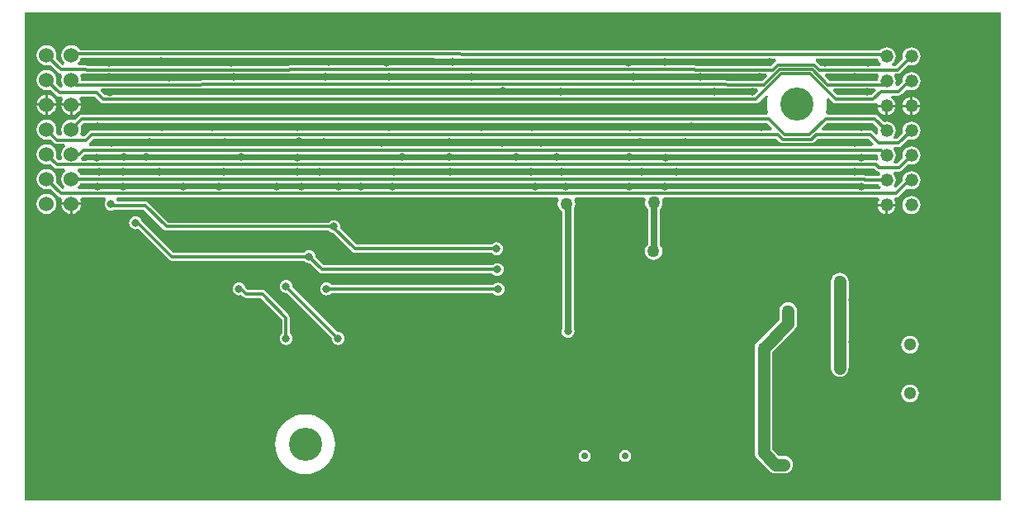
<source format=gbl>
G04*
G04 #@! TF.GenerationSoftware,Altium Limited,Altium Designer,18.1.9 (240)*
G04*
G04 Layer_Physical_Order=2*
G04 Layer_Color=16711680*
%FSLAX25Y25*%
%MOIN*%
G70*
G01*
G75*
%ADD17C,0.00039*%
%ADD56C,0.06000*%
%ADD58C,0.01201*%
%ADD59C,0.01200*%
%ADD60C,0.02500*%
%ADD61C,0.05000*%
%ADD65C,0.13386*%
%ADD66C,0.05118*%
%ADD67C,0.05200*%
%ADD68C,0.02756*%
%ADD69C,0.03150*%
%ADD70C,0.05000*%
G36*
X433071Y39370D02*
X39370D01*
Y236221D01*
X433071D01*
Y39370D01*
D02*
G37*
%LPC*%
G36*
X58300Y222834D02*
X57256Y222697D01*
X56283Y222294D01*
X55447Y221653D01*
X54806Y220817D01*
X54403Y219844D01*
X54265Y218800D01*
X54403Y217756D01*
X54806Y216783D01*
X55447Y215947D01*
X55161Y214906D01*
X54581Y214826D01*
X52037Y217370D01*
X52197Y217756D01*
X52334Y218800D01*
X52197Y219844D01*
X51794Y220817D01*
X51153Y221653D01*
X50317Y222294D01*
X49344Y222697D01*
X48300Y222834D01*
X47256Y222697D01*
X46283Y222294D01*
X45447Y221653D01*
X44806Y220817D01*
X44403Y219844D01*
X44265Y218800D01*
X44403Y217756D01*
X44806Y216783D01*
X45447Y215947D01*
X46283Y215306D01*
X47256Y214903D01*
X48300Y214766D01*
X49344Y214903D01*
X49730Y215063D01*
X52947Y211846D01*
X53476Y211493D01*
X54002Y211388D01*
X54141Y211290D01*
X54620Y210369D01*
X54403Y209844D01*
X54265Y208800D01*
X54403Y207756D01*
X54806Y206783D01*
X54821Y206763D01*
X54361Y205722D01*
X53759Y205648D01*
X52037Y207370D01*
X52197Y207756D01*
X52334Y208800D01*
X52197Y209844D01*
X51794Y210817D01*
X51153Y211653D01*
X50317Y212294D01*
X49344Y212697D01*
X48300Y212835D01*
X47256Y212697D01*
X46283Y212294D01*
X45447Y211653D01*
X44806Y210817D01*
X44403Y209844D01*
X44265Y208800D01*
X44403Y207756D01*
X44806Y206783D01*
X45447Y205947D01*
X46283Y205306D01*
X47256Y204903D01*
X48300Y204766D01*
X49344Y204903D01*
X49730Y205063D01*
X52246Y202547D01*
X52776Y202193D01*
X53400Y202069D01*
X54506D01*
X54999Y201069D01*
X54806Y200817D01*
X54403Y199844D01*
X54331Y199300D01*
X58300D01*
X62269D01*
X62197Y199844D01*
X61794Y200817D01*
X61601Y201069D01*
X62094Y202069D01*
X67824D01*
X70046Y199846D01*
X70576Y199493D01*
X71200Y199369D01*
X148131Y199369D01*
X301994Y199369D01*
X334600D01*
X335224Y199493D01*
X335754Y199846D01*
X338722Y202815D01*
X339629Y202308D01*
X339288Y200887D01*
X339139Y199000D01*
X339288Y197113D01*
X339609Y195775D01*
X339007Y194862D01*
X338854Y194775D01*
X62643D01*
X62019Y194650D01*
X61489Y194297D01*
X59730Y192537D01*
X59344Y192697D01*
X58300Y192834D01*
X57256Y192697D01*
X56283Y192294D01*
X55447Y191653D01*
X54806Y190817D01*
X54403Y189844D01*
X54265Y188800D01*
X54403Y187756D01*
X54628Y187211D01*
X54143Y186340D01*
X53147Y186261D01*
X52037Y187370D01*
X52197Y187756D01*
X52334Y188800D01*
X52197Y189844D01*
X51794Y190817D01*
X51153Y191653D01*
X50317Y192294D01*
X49344Y192697D01*
X48300Y192834D01*
X47256Y192697D01*
X46283Y192294D01*
X45447Y191653D01*
X44806Y190817D01*
X44403Y189844D01*
X44265Y188800D01*
X44403Y187756D01*
X44806Y186783D01*
X45447Y185947D01*
X46283Y185306D01*
X47256Y184903D01*
X48300Y184766D01*
X49344Y184903D01*
X49730Y185063D01*
X51367Y183426D01*
X51896Y183072D01*
X52521Y182948D01*
X55492D01*
X55831Y181948D01*
X55447Y181653D01*
X54806Y180817D01*
X54403Y179844D01*
X54265Y178800D01*
X54403Y177756D01*
X54620Y177231D01*
X54123Y176358D01*
X53126Y176281D01*
X52037Y177370D01*
X52197Y177756D01*
X52334Y178800D01*
X52197Y179844D01*
X51794Y180817D01*
X51153Y181653D01*
X50317Y182294D01*
X49344Y182697D01*
X48300Y182834D01*
X47256Y182697D01*
X46283Y182294D01*
X45447Y181653D01*
X44806Y180817D01*
X44403Y179844D01*
X44265Y178800D01*
X44403Y177756D01*
X44806Y176783D01*
X45447Y175947D01*
X46283Y175306D01*
X47256Y174903D01*
X48300Y174766D01*
X49344Y174903D01*
X49730Y175063D01*
X51346Y173447D01*
X51876Y173093D01*
X52500Y172969D01*
X55519D01*
X55859Y171969D01*
X55447Y171653D01*
X54806Y170817D01*
X54403Y169844D01*
X54265Y168800D01*
X54403Y167756D01*
X54806Y166783D01*
X55447Y165947D01*
X55161Y164906D01*
X54581Y164827D01*
X52037Y167370D01*
X52197Y167756D01*
X52334Y168800D01*
X52197Y169844D01*
X51794Y170817D01*
X51153Y171653D01*
X50317Y172294D01*
X49344Y172697D01*
X48300Y172835D01*
X47256Y172697D01*
X46283Y172294D01*
X45447Y171653D01*
X44806Y170817D01*
X44403Y169844D01*
X44265Y168800D01*
X44403Y167756D01*
X44806Y166783D01*
X45447Y165947D01*
X46283Y165306D01*
X47256Y164903D01*
X48300Y164766D01*
X49344Y164903D01*
X49730Y165063D01*
X52947Y161846D01*
X53476Y161493D01*
X54002Y161388D01*
X54141Y161290D01*
X54620Y160369D01*
X54403Y159844D01*
X54331Y159300D01*
X58300D01*
X62269D01*
X62197Y159844D01*
X61980Y160369D01*
X62549Y161369D01*
X71906D01*
X72165Y160982D01*
X72335Y160369D01*
X72051Y159999D01*
X71791Y159372D01*
X71703Y158700D01*
X71791Y158028D01*
X72051Y157402D01*
X72464Y156864D01*
X73001Y156451D01*
X73628Y156192D01*
X74300Y156103D01*
X74972Y156192D01*
X75599Y156451D01*
X75621Y156468D01*
X87524D01*
X95546Y148446D01*
X96076Y148092D01*
X96700Y147968D01*
X162307D01*
X162464Y147764D01*
X163002Y147351D01*
X163628Y147091D01*
X164173Y147020D01*
X171646Y139546D01*
X172176Y139192D01*
X172800Y139068D01*
X228007D01*
X228164Y138864D01*
X228701Y138451D01*
X229328Y138191D01*
X230000Y138103D01*
X230672Y138191D01*
X231298Y138451D01*
X231836Y138864D01*
X232249Y139401D01*
X232508Y140028D01*
X232597Y140700D01*
X232508Y141372D01*
X232249Y141999D01*
X231836Y142536D01*
X231298Y142949D01*
X230672Y143209D01*
X230000Y143297D01*
X229328Y143209D01*
X228701Y142949D01*
X228164Y142536D01*
X228007Y142332D01*
X173476D01*
X166817Y148991D01*
X166897Y149600D01*
X166808Y150272D01*
X166549Y150899D01*
X166136Y151436D01*
X165598Y151849D01*
X164972Y152109D01*
X164300Y152197D01*
X163628Y152109D01*
X163002Y151849D01*
X162464Y151436D01*
X162307Y151232D01*
X97376D01*
X89354Y159254D01*
X88824Y159608D01*
X88200Y159732D01*
X76940D01*
X76402Y160490D01*
X76832Y161369D01*
X254576D01*
X254965Y160748D01*
X255103Y160369D01*
X254790Y159614D01*
X254670Y158700D01*
X254790Y157786D01*
X255143Y156935D01*
X255704Y156204D01*
X256435Y155643D01*
X256454Y155635D01*
Y108454D01*
X256240Y107936D01*
X256151Y107264D01*
X256240Y106592D01*
X256499Y105965D01*
X256912Y105427D01*
X257450Y105015D01*
X258076Y104755D01*
X258748Y104667D01*
X259420Y104755D01*
X260047Y105015D01*
X260584Y105427D01*
X260997Y105965D01*
X261257Y106592D01*
X261345Y107264D01*
X261257Y107936D01*
X261042Y108454D01*
Y156655D01*
X261257Y156935D01*
X261610Y157786D01*
X261730Y158700D01*
X261610Y159614D01*
X261297Y160369D01*
X261435Y160748D01*
X261824Y161369D01*
X289386D01*
X290054Y160369D01*
X289990Y160214D01*
X289870Y159300D01*
X289990Y158386D01*
X290343Y157535D01*
X290904Y156804D01*
X291106Y156649D01*
Y142416D01*
X290811Y142189D01*
X290250Y141458D01*
X289897Y140607D01*
X289777Y139693D01*
X289897Y138779D01*
X290250Y137928D01*
X290811Y137197D01*
X291542Y136636D01*
X292393Y136283D01*
X293307Y136163D01*
X294221Y136283D01*
X295072Y136636D01*
X295803Y137197D01*
X296364Y137928D01*
X296717Y138779D01*
X296837Y139693D01*
X296717Y140607D01*
X296364Y141458D01*
X295803Y142189D01*
X295694Y142273D01*
Y156649D01*
X295896Y156804D01*
X296457Y157535D01*
X296810Y158386D01*
X296930Y159300D01*
X296810Y160214D01*
X296746Y160369D01*
X297414Y161369D01*
X383880D01*
X384373Y160369D01*
X384255Y160215D01*
X383893Y159340D01*
X383835Y158900D01*
X387400D01*
X390965D01*
X390907Y159340D01*
X390545Y160215D01*
X390427Y160369D01*
X390920Y161369D01*
X391100D01*
X391724Y161493D01*
X392253Y161846D01*
X395640Y165233D01*
X396460Y164893D01*
X397400Y164769D01*
X398340Y164893D01*
X399216Y165255D01*
X399968Y165832D01*
X400545Y166585D01*
X400907Y167460D01*
X401031Y168400D01*
X400907Y169340D01*
X400545Y170215D01*
X399968Y170968D01*
X399216Y171545D01*
X398340Y171907D01*
X397400Y172031D01*
X396460Y171907D01*
X395585Y171545D01*
X394832Y170968D01*
X394255Y170215D01*
X393893Y169340D01*
X393769Y168400D01*
X393818Y168025D01*
X390930Y165137D01*
X390702Y165190D01*
X390329Y166303D01*
X390545Y166585D01*
X390907Y167460D01*
X391031Y168400D01*
X390907Y169340D01*
X390545Y170215D01*
X390043Y170869D01*
X390130Y171281D01*
X390436Y171869D01*
X392500D01*
X393124Y171993D01*
X393653Y172346D01*
X396276Y174969D01*
X396460Y174893D01*
X397400Y174769D01*
X398340Y174893D01*
X399216Y175255D01*
X399968Y175832D01*
X400545Y176584D01*
X400907Y177460D01*
X401031Y178400D01*
X400907Y179340D01*
X400545Y180216D01*
X399968Y180968D01*
X399216Y181545D01*
X398340Y181907D01*
X397400Y182031D01*
X396460Y181907D01*
X395585Y181545D01*
X394832Y180968D01*
X394255Y180216D01*
X393893Y179340D01*
X393769Y178400D01*
X393893Y177460D01*
X393969Y177276D01*
X391824Y175131D01*
X390630D01*
X390580Y175184D01*
X390197Y176131D01*
X390545Y176584D01*
X390907Y177460D01*
X391031Y178400D01*
X390907Y179340D01*
X390545Y180216D01*
X390197Y180668D01*
X390581Y181616D01*
X390630Y181668D01*
X392300D01*
X392924Y181792D01*
X393454Y182146D01*
X396276Y184969D01*
X396460Y184893D01*
X397400Y184769D01*
X398340Y184893D01*
X399216Y185255D01*
X399968Y185832D01*
X400545Y186584D01*
X400907Y187460D01*
X401031Y188400D01*
X400907Y189340D01*
X400545Y190216D01*
X399968Y190968D01*
X399216Y191545D01*
X398340Y191907D01*
X397400Y192031D01*
X396460Y191907D01*
X395585Y191545D01*
X394832Y190968D01*
X394255Y190216D01*
X393893Y189340D01*
X393769Y188400D01*
X393893Y187460D01*
X393969Y187276D01*
X391624Y184932D01*
X390436D01*
X390131Y185518D01*
X390044Y185932D01*
X390545Y186584D01*
X390907Y187460D01*
X391031Y188400D01*
X390907Y189340D01*
X390545Y190216D01*
X389967Y190968D01*
X389215Y191545D01*
X388340Y191907D01*
X387400Y192031D01*
X386460Y191907D01*
X386276Y191831D01*
X383811Y194297D01*
X383281Y194650D01*
X382657Y194775D01*
X363546D01*
X363393Y194862D01*
X362791Y195775D01*
X363112Y197113D01*
X363261Y199000D01*
X363112Y200887D01*
X363055Y201123D01*
X363962Y201631D01*
X365746Y199846D01*
X366276Y199493D01*
X366900Y199369D01*
X382000D01*
X382624Y199493D01*
X382969Y199723D01*
X383506Y199500D01*
X383867Y199146D01*
X383835Y198900D01*
X387400D01*
X390965D01*
X390907Y199340D01*
X390545Y200216D01*
X389967Y200968D01*
X389215Y201545D01*
X389158Y201569D01*
X389356Y202569D01*
X392300D01*
X392924Y202693D01*
X393454Y203046D01*
X395640Y205233D01*
X396460Y204893D01*
X397400Y204769D01*
X398340Y204893D01*
X399216Y205255D01*
X399968Y205833D01*
X400545Y206585D01*
X400907Y207460D01*
X401031Y208400D01*
X400907Y209340D01*
X400545Y210215D01*
X399968Y210967D01*
X399216Y211545D01*
X398340Y211907D01*
X397400Y212031D01*
X396460Y211907D01*
X395585Y211545D01*
X394832Y210967D01*
X394255Y210215D01*
X393893Y209340D01*
X393769Y208400D01*
X393818Y208025D01*
X392055Y206262D01*
X391550Y206193D01*
X391365Y206242D01*
X390845Y207310D01*
X390907Y207460D01*
X391031Y208400D01*
X390907Y209340D01*
X390545Y210215D01*
X390504Y210269D01*
X390997Y211269D01*
X391900D01*
X392524Y211393D01*
X393054Y211747D01*
X396276Y214969D01*
X396460Y214893D01*
X397400Y214769D01*
X398340Y214893D01*
X399216Y215255D01*
X399968Y215832D01*
X400545Y216584D01*
X400907Y217460D01*
X401031Y218400D01*
X400907Y219340D01*
X400545Y220216D01*
X399968Y220968D01*
X399216Y221545D01*
X398340Y221907D01*
X397400Y222031D01*
X396460Y221907D01*
X395585Y221545D01*
X394832Y220968D01*
X394255Y220216D01*
X393893Y219340D01*
X393769Y218400D01*
X393893Y217460D01*
X393969Y217276D01*
X391224Y214531D01*
X389915D01*
X389575Y215531D01*
X389967Y215832D01*
X390545Y216584D01*
X390907Y217460D01*
X391031Y218400D01*
X390907Y219340D01*
X390545Y220216D01*
X389967Y220968D01*
X389215Y221545D01*
X388340Y221907D01*
X387400Y222031D01*
X386460Y221907D01*
X385584Y221545D01*
X384833Y220968D01*
X384575Y220631D01*
X363402D01*
X69501Y220904D01*
X69501Y220903D01*
X69500Y220904D01*
X61728D01*
X61153Y221653D01*
X60317Y222294D01*
X59344Y222697D01*
X58300Y222834D01*
D02*
G37*
G36*
X48800Y202769D02*
Y199300D01*
X52269D01*
X52197Y199844D01*
X51794Y200817D01*
X51153Y201653D01*
X50317Y202294D01*
X49344Y202697D01*
X48800Y202769D01*
D02*
G37*
G36*
X47800D02*
X47256Y202697D01*
X46283Y202294D01*
X45447Y201653D01*
X44806Y200817D01*
X44403Y199844D01*
X44331Y199300D01*
X47800D01*
Y202769D01*
D02*
G37*
G36*
X397900Y201965D02*
Y198900D01*
X400965D01*
X400907Y199340D01*
X400545Y200216D01*
X399968Y200968D01*
X399216Y201545D01*
X398340Y201907D01*
X397900Y201965D01*
D02*
G37*
G36*
X396900D02*
X396460Y201907D01*
X395585Y201545D01*
X394832Y200968D01*
X394255Y200216D01*
X393893Y199340D01*
X393835Y198900D01*
X396900D01*
Y201965D01*
D02*
G37*
G36*
X400965Y197900D02*
X397900D01*
Y194835D01*
X398340Y194893D01*
X399216Y195255D01*
X399968Y195832D01*
X400545Y196584D01*
X400907Y197460D01*
X400965Y197900D01*
D02*
G37*
G36*
X390965D02*
X387900D01*
Y194835D01*
X388340Y194893D01*
X389215Y195255D01*
X389967Y195832D01*
X390545Y196584D01*
X390907Y197460D01*
X390965Y197900D01*
D02*
G37*
G36*
X396900D02*
X393835D01*
X393893Y197460D01*
X394255Y196584D01*
X394832Y195832D01*
X395585Y195255D01*
X396460Y194893D01*
X396900Y194835D01*
Y197900D01*
D02*
G37*
G36*
X386900D02*
X383835D01*
X383893Y197460D01*
X384255Y196584D01*
X384833Y195832D01*
X385584Y195255D01*
X386460Y194893D01*
X386900Y194835D01*
Y197900D01*
D02*
G37*
G36*
X62269Y198300D02*
X58800D01*
Y194831D01*
X59344Y194903D01*
X60317Y195306D01*
X61153Y195947D01*
X61794Y196783D01*
X62197Y197756D01*
X62269Y198300D01*
D02*
G37*
G36*
X52269D02*
X48800D01*
Y194831D01*
X49344Y194903D01*
X50317Y195306D01*
X51153Y195947D01*
X51794Y196783D01*
X52197Y197756D01*
X52269Y198300D01*
D02*
G37*
G36*
X57800D02*
X54331D01*
X54403Y197756D01*
X54806Y196783D01*
X55447Y195947D01*
X56283Y195306D01*
X57256Y194903D01*
X57800Y194831D01*
Y198300D01*
D02*
G37*
G36*
X47800D02*
X44331D01*
X44403Y197756D01*
X44806Y196783D01*
X45447Y195947D01*
X46283Y195306D01*
X47256Y194903D01*
X47800Y194831D01*
Y198300D01*
D02*
G37*
G36*
X390965Y157900D02*
X387900D01*
Y154835D01*
X388340Y154893D01*
X389215Y155255D01*
X389967Y155832D01*
X390545Y156585D01*
X390907Y157460D01*
X390965Y157900D01*
D02*
G37*
G36*
X386900D02*
X383835D01*
X383893Y157460D01*
X384255Y156585D01*
X384833Y155832D01*
X385584Y155255D01*
X386460Y154893D01*
X386900Y154835D01*
Y157900D01*
D02*
G37*
G36*
X62269Y158300D02*
X58800D01*
Y154831D01*
X59344Y154903D01*
X60317Y155306D01*
X61153Y155947D01*
X61794Y156783D01*
X62197Y157756D01*
X62269Y158300D01*
D02*
G37*
G36*
X57800D02*
X54331D01*
X54403Y157756D01*
X54806Y156783D01*
X55447Y155947D01*
X56283Y155306D01*
X57256Y154903D01*
X57800Y154831D01*
Y158300D01*
D02*
G37*
G36*
X397400Y162031D02*
X396460Y161907D01*
X395585Y161545D01*
X394832Y160968D01*
X394255Y160215D01*
X393893Y159340D01*
X393769Y158400D01*
X393893Y157460D01*
X394255Y156585D01*
X394832Y155832D01*
X395585Y155255D01*
X396460Y154893D01*
X397400Y154769D01*
X398340Y154893D01*
X399216Y155255D01*
X399968Y155832D01*
X400545Y156585D01*
X400907Y157460D01*
X401031Y158400D01*
X400907Y159340D01*
X400545Y160215D01*
X399968Y160968D01*
X399216Y161545D01*
X398340Y161907D01*
X397400Y162031D01*
D02*
G37*
G36*
X48300Y162835D02*
X47256Y162697D01*
X46283Y162294D01*
X45447Y161653D01*
X44806Y160817D01*
X44403Y159844D01*
X44265Y158800D01*
X44403Y157756D01*
X44806Y156783D01*
X45447Y155947D01*
X46283Y155306D01*
X47256Y154903D01*
X48300Y154765D01*
X49344Y154903D01*
X50317Y155306D01*
X51153Y155947D01*
X51794Y156783D01*
X52197Y157756D01*
X52334Y158800D01*
X52197Y159844D01*
X51794Y160817D01*
X51153Y161653D01*
X50317Y162294D01*
X49344Y162697D01*
X48300Y162835D01*
D02*
G37*
G36*
X84252Y153778D02*
X83580Y153690D01*
X82954Y153430D01*
X82416Y153017D01*
X82003Y152480D01*
X81743Y151853D01*
X81655Y151181D01*
X81743Y150509D01*
X82003Y149883D01*
X82416Y149345D01*
X82954Y148932D01*
X83580Y148673D01*
X84252Y148584D01*
X84924Y148673D01*
X85309Y148832D01*
X97794Y136346D01*
X98324Y135993D01*
X98948Y135868D01*
X152207D01*
X152364Y135664D01*
X152901Y135251D01*
X153528Y134992D01*
X154200Y134903D01*
X154456Y134937D01*
X158246Y131146D01*
X158776Y130792D01*
X159400Y130668D01*
X228307D01*
X228464Y130464D01*
X229001Y130051D01*
X229628Y129791D01*
X230300Y129703D01*
X230972Y129791D01*
X231598Y130051D01*
X232136Y130464D01*
X232549Y131001D01*
X232808Y131628D01*
X232897Y132300D01*
X232808Y132972D01*
X232549Y133598D01*
X232136Y134136D01*
X231598Y134549D01*
X230972Y134809D01*
X230300Y134897D01*
X229628Y134809D01*
X229001Y134549D01*
X228464Y134136D01*
X228307Y133932D01*
X160076D01*
X156763Y137244D01*
X156797Y137500D01*
X156709Y138172D01*
X156449Y138798D01*
X156036Y139336D01*
X155499Y139749D01*
X154872Y140008D01*
X154200Y140097D01*
X153528Y140008D01*
X152901Y139749D01*
X152364Y139336D01*
X152207Y139132D01*
X99624D01*
X86660Y152096D01*
X86501Y152480D01*
X86088Y153017D01*
X85550Y153430D01*
X84924Y153690D01*
X84252Y153778D01*
D02*
G37*
G36*
X161300Y127097D02*
X160628Y127008D01*
X160002Y126749D01*
X159464Y126336D01*
X159051Y125798D01*
X158791Y125172D01*
X158703Y124500D01*
X158791Y123828D01*
X159051Y123202D01*
X159464Y122664D01*
X160002Y122251D01*
X160628Y121992D01*
X161300Y121903D01*
X161972Y121992D01*
X162599Y122251D01*
X163136Y122664D01*
X163293Y122868D01*
X228530D01*
X228764Y122564D01*
X229302Y122151D01*
X229928Y121891D01*
X230600Y121803D01*
X231272Y121891D01*
X231898Y122151D01*
X232436Y122564D01*
X232849Y123101D01*
X233108Y123728D01*
X233197Y124400D01*
X233108Y125072D01*
X232849Y125698D01*
X232436Y126236D01*
X231898Y126649D01*
X231272Y126909D01*
X230600Y126997D01*
X229928Y126909D01*
X229302Y126649D01*
X228764Y126236D01*
X228683Y126132D01*
X163293D01*
X163136Y126336D01*
X162599Y126749D01*
X161972Y127008D01*
X161300Y127097D01*
D02*
G37*
G36*
X145000Y128097D02*
X144328Y128008D01*
X143702Y127749D01*
X143164Y127336D01*
X142751Y126798D01*
X142491Y126172D01*
X142403Y125500D01*
X142491Y124828D01*
X142751Y124202D01*
X143164Y123664D01*
X143702Y123251D01*
X144328Y122992D01*
X145000Y122903D01*
X145256Y122937D01*
X163437Y104756D01*
X163403Y104500D01*
X163491Y103828D01*
X163751Y103201D01*
X164164Y102664D01*
X164701Y102251D01*
X165328Y101991D01*
X166000Y101903D01*
X166672Y101991D01*
X167298Y102251D01*
X167836Y102664D01*
X168249Y103201D01*
X168509Y103828D01*
X168597Y104500D01*
X168509Y105172D01*
X168249Y105798D01*
X167836Y106336D01*
X167298Y106749D01*
X166672Y107009D01*
X166000Y107097D01*
X165744Y107063D01*
X147563Y125244D01*
X147597Y125500D01*
X147509Y126172D01*
X147249Y126798D01*
X146836Y127336D01*
X146299Y127749D01*
X145672Y128008D01*
X145000Y128097D01*
D02*
G37*
G36*
X125984Y127113D02*
X125312Y127024D01*
X124686Y126765D01*
X124148Y126352D01*
X123735Y125814D01*
X123476Y125188D01*
X123387Y124516D01*
X123476Y123844D01*
X123735Y123217D01*
X124148Y122679D01*
X124686Y122267D01*
X125312Y122007D01*
X125984Y121919D01*
X126656Y122007D01*
X126874Y122097D01*
X127618Y121353D01*
X128148Y121000D01*
X128772Y120875D01*
X134704D01*
X143369Y112211D01*
Y106494D01*
X143164Y106336D01*
X142751Y105798D01*
X142491Y105172D01*
X142403Y104500D01*
X142491Y103828D01*
X142751Y103201D01*
X143164Y102664D01*
X143702Y102251D01*
X144328Y101991D01*
X145000Y101903D01*
X145672Y101991D01*
X146299Y102251D01*
X146836Y102664D01*
X147249Y103201D01*
X147509Y103828D01*
X147597Y104500D01*
X147509Y105172D01*
X147249Y105798D01*
X146836Y106336D01*
X146631Y106494D01*
Y112887D01*
X146507Y113511D01*
X146153Y114040D01*
X136534Y123660D01*
X136004Y124014D01*
X135380Y124138D01*
X129448D01*
X128507Y125078D01*
X128493Y125188D01*
X128233Y125814D01*
X127821Y126352D01*
X127283Y126765D01*
X126656Y127024D01*
X125984Y127113D01*
D02*
G37*
G36*
X396850Y105558D02*
X395921Y105436D01*
X395056Y105077D01*
X394312Y104507D01*
X393742Y103763D01*
X393383Y102898D01*
X393261Y101969D01*
X393383Y101039D01*
X393742Y100174D01*
X394312Y99430D01*
X395056Y98860D01*
X395921Y98501D01*
X396850Y98379D01*
X397779Y98501D01*
X398645Y98860D01*
X399389Y99430D01*
X399959Y100174D01*
X400318Y101039D01*
X400440Y101969D01*
X400318Y102898D01*
X399959Y103763D01*
X399389Y104507D01*
X398645Y105077D01*
X397779Y105436D01*
X396850Y105558D01*
D02*
G37*
G36*
X368500Y130967D02*
X367586Y130847D01*
X366735Y130494D01*
X366004Y129933D01*
X365443Y129202D01*
X365090Y128351D01*
X364970Y127437D01*
Y92500D01*
X365090Y91586D01*
X365443Y90735D01*
X366004Y90004D01*
X366735Y89443D01*
X367586Y89090D01*
X368500Y88970D01*
X369414Y89090D01*
X370265Y89443D01*
X370996Y90004D01*
X371557Y90735D01*
X371910Y91586D01*
X372030Y92500D01*
Y127437D01*
X371910Y128351D01*
X371557Y129202D01*
X370996Y129933D01*
X370265Y130494D01*
X369414Y130847D01*
X368500Y130967D01*
D02*
G37*
G36*
X396850Y85873D02*
X395921Y85751D01*
X395056Y85392D01*
X394312Y84822D01*
X393742Y84078D01*
X393383Y83213D01*
X393261Y82284D01*
X393383Y81354D01*
X393742Y80489D01*
X394312Y79745D01*
X395056Y79175D01*
X395921Y78816D01*
X396850Y78694D01*
X397779Y78816D01*
X398645Y79175D01*
X399389Y79745D01*
X399959Y80489D01*
X400318Y81354D01*
X400440Y82284D01*
X400318Y83213D01*
X399959Y84078D01*
X399389Y84822D01*
X398645Y85392D01*
X397779Y85751D01*
X396850Y85873D01*
D02*
G37*
G36*
X281791Y59511D02*
X280863Y59327D01*
X280077Y58801D01*
X279551Y58014D01*
X279367Y57087D01*
X279551Y56159D01*
X280077Y55372D01*
X280863Y54847D01*
X281791Y54662D01*
X282719Y54847D01*
X283506Y55372D01*
X284031Y56159D01*
X284216Y57087D01*
X284031Y58014D01*
X283506Y58801D01*
X282719Y59327D01*
X281791Y59511D01*
D02*
G37*
G36*
X265453D02*
X264525Y59327D01*
X263738Y58801D01*
X263213Y58014D01*
X263028Y57087D01*
X263213Y56159D01*
X263738Y55372D01*
X264525Y54847D01*
X265453Y54662D01*
X266381Y54847D01*
X267167Y55372D01*
X267693Y56159D01*
X267877Y57087D01*
X267693Y58014D01*
X267167Y58801D01*
X266381Y59327D01*
X265453Y59511D01*
D02*
G37*
G36*
X347600Y119081D02*
X346686Y118961D01*
X345835Y118608D01*
X345104Y118047D01*
X344543Y117316D01*
X344190Y116465D01*
X344070Y115551D01*
Y111862D01*
X335204Y102996D01*
X334643Y102265D01*
X334290Y101414D01*
X334170Y100500D01*
Y58363D01*
X334290Y57449D01*
X334643Y56598D01*
X335204Y55867D01*
X340023Y51047D01*
X340755Y50486D01*
X341606Y50133D01*
X342520Y50013D01*
X345976D01*
X346890Y50133D01*
X347742Y50486D01*
X348473Y51047D01*
X349034Y51778D01*
X349386Y52630D01*
X349507Y53543D01*
X349386Y54457D01*
X349034Y55308D01*
X348473Y56040D01*
X347742Y56600D01*
X346890Y56953D01*
X345976Y57073D01*
X343982D01*
X341230Y59825D01*
Y99038D01*
X350096Y107904D01*
X350657Y108635D01*
X351010Y109486D01*
X351130Y110400D01*
Y115551D01*
X351010Y116465D01*
X350657Y117316D01*
X350096Y118047D01*
X349365Y118608D01*
X348514Y118961D01*
X347600Y119081D01*
D02*
G37*
G36*
X152700Y73861D02*
X150813Y73712D01*
X148973Y73270D01*
X147224Y72546D01*
X145611Y71557D01*
X144172Y70328D01*
X142943Y68889D01*
X141954Y67276D01*
X141229Y65527D01*
X140788Y63687D01*
X140639Y61800D01*
X140788Y59913D01*
X141229Y58073D01*
X141954Y56324D01*
X142943Y54711D01*
X144172Y53272D01*
X145611Y52043D01*
X147224Y51054D01*
X148973Y50330D01*
X150813Y49888D01*
X152700Y49739D01*
X154587Y49888D01*
X156427Y50330D01*
X158176Y51054D01*
X159789Y52043D01*
X161228Y53272D01*
X162457Y54711D01*
X163446Y56324D01*
X164171Y58073D01*
X164612Y59913D01*
X164761Y61800D01*
X164612Y63687D01*
X164171Y65527D01*
X163446Y67276D01*
X162457Y68889D01*
X161228Y70328D01*
X159789Y71557D01*
X158176Y72546D01*
X156427Y73270D01*
X154587Y73712D01*
X152700Y73861D01*
D02*
G37*
%LPD*%
G36*
X363399Y217369D02*
X363399Y217369D01*
X363400Y217369D01*
X383931D01*
X384255Y216584D01*
X384833Y215832D01*
X385225Y215531D01*
X384885Y214531D01*
X360767D01*
X359262Y216036D01*
X358733Y216390D01*
X358917Y217373D01*
X363399Y217369D01*
D02*
G37*
G36*
X342658Y217388D02*
X342767Y216390D01*
X342238Y216036D01*
X340733Y214531D01*
X310422D01*
X309920Y214631D01*
X146359D01*
X145856Y214531D01*
X64781D01*
X64278Y214631D01*
X61081D01*
X60741Y215631D01*
X61153Y215947D01*
X61794Y216783D01*
X62150Y217641D01*
X69498D01*
X342658Y217388D01*
D02*
G37*
G36*
X310020Y211269D02*
X338709D01*
X339092Y210345D01*
X337285Y208538D01*
X308316Y208831D01*
X308308Y208830D01*
X308300Y208831D01*
X150100Y208831D01*
X150097Y208831D01*
X150094Y208831D01*
X70996Y208531D01*
X62570D01*
X62335Y208800D01*
X62197Y209844D01*
X61980Y210369D01*
X62549Y211369D01*
X63876D01*
X64378Y211269D01*
X146259D01*
X146761Y211369D01*
X309517D01*
X310020Y211269D01*
D02*
G37*
G36*
X384296Y210269D02*
X384255Y210215D01*
X383893Y209340D01*
X383786Y208531D01*
X364221D01*
X362408Y210345D01*
X362791Y211269D01*
X383803D01*
X384296Y210269D01*
D02*
G37*
G36*
X335285Y205296D02*
X335663Y204370D01*
X333924Y202631D01*
X301994D01*
X148131Y202631D01*
X71876Y202631D01*
X70238Y204269D01*
X70653Y205269D01*
X71000D01*
X71003Y205269D01*
X71006Y205269D01*
X150103Y205569D01*
X308291Y205569D01*
X335285Y205296D01*
D02*
G37*
G36*
X383038Y204345D02*
X381324Y202631D01*
X367576D01*
X365862Y204345D01*
X366245Y205269D01*
X382655D01*
X383038Y204345D01*
D02*
G37*
G36*
X383969Y189524D02*
X383893Y189340D01*
X383769Y188400D01*
X383893Y187460D01*
X383985Y187236D01*
X383138Y186670D01*
X381854Y187954D01*
X381324Y188307D01*
X380700Y188432D01*
X361616D01*
X361234Y189356D01*
X363389Y191511D01*
X381981D01*
X383969Y189524D01*
D02*
G37*
G36*
X341166Y189356D02*
X340784Y188432D01*
X66519D01*
X65895Y188307D01*
X65365Y187954D01*
X63623Y186211D01*
X62529D01*
X61971Y187211D01*
X62197Y187756D01*
X62335Y188800D01*
X62197Y189844D01*
X62037Y190230D01*
X63319Y191511D01*
X339011D01*
X341166Y189356D01*
D02*
G37*
G36*
X382061Y183131D02*
X381647Y182131D01*
X65665D01*
X65548Y182296D01*
X65453Y183426D01*
X67195Y185168D01*
X342807D01*
X344213Y183763D01*
X344742Y183409D01*
X345366Y183285D01*
X357034D01*
X357658Y183409D01*
X358187Y183763D01*
X359593Y185168D01*
X380024D01*
X382061Y183131D01*
D02*
G37*
G36*
X383769Y178400D02*
X383893Y177460D01*
X384066Y177041D01*
X384019Y176943D01*
X383312Y176249D01*
X383025Y176306D01*
X64394D01*
X64018Y176231D01*
X62549D01*
X62453Y176401D01*
X62124Y177293D01*
X62653Y177647D01*
X63876Y178869D01*
X383358D01*
X383769Y178400D01*
D02*
G37*
G36*
X383047Y172346D02*
X383576Y171993D01*
X384200Y171869D01*
X384364D01*
X384669Y171281D01*
X384757Y170869D01*
X384255Y170215D01*
X384179Y170031D01*
X379199D01*
X378974Y170182D01*
X378349Y170306D01*
X69900Y170306D01*
X62006D01*
X61794Y170817D01*
X61153Y171653D01*
X60741Y171969D01*
X61081Y172969D01*
X64319D01*
X64695Y173044D01*
X382349D01*
X383047Y172346D01*
D02*
G37*
G36*
X378000Y166893D02*
X378624Y166769D01*
X384179D01*
X384255Y166585D01*
X384833Y165832D01*
X385094Y165631D01*
X384755Y164631D01*
X61081D01*
X60741Y165631D01*
X61153Y165947D01*
X61794Y166783D01*
X61902Y167043D01*
X69900D01*
X377774Y167043D01*
X378000Y166893D01*
D02*
G37*
D17*
X39370Y39370D02*
Y236221D01*
Y39370D02*
X433071D01*
Y236221D01*
X39370D02*
X433071D01*
D56*
X48300Y158800D02*
D03*
X58300D02*
D03*
X48300Y168800D02*
D03*
X58300D02*
D03*
X48300Y178800D02*
D03*
X58300D02*
D03*
X48300Y188800D02*
D03*
X58300D02*
D03*
X48300Y198800D02*
D03*
X58300D02*
D03*
X48300Y208800D02*
D03*
X58300D02*
D03*
X48300Y218800D02*
D03*
X58300D02*
D03*
D58*
X357034Y184916D02*
X358917Y186800D01*
X345366Y184916D02*
X357034D01*
X343483Y186800D02*
X345366Y184916D01*
X66519Y186800D02*
X343483D01*
X358917D02*
X380700D01*
X384200Y183300D01*
X339687Y193143D02*
X346112Y186717D01*
X62643Y193143D02*
X339687D01*
X346112Y186717D02*
X356288D01*
X362713Y193143D01*
X84252Y151181D02*
X85267D01*
X74300Y158700D02*
X74900Y158100D01*
X88200D01*
X58300Y188800D02*
X62643Y193143D01*
X48300Y188800D02*
X52521Y184580D01*
X64299D01*
X382657Y193143D02*
X387400Y188400D01*
X362713Y193143D02*
X382657D01*
X384200Y183300D02*
X392300D01*
X397400Y188400D01*
X64299Y184580D02*
X66519Y186800D01*
X85267Y151181D02*
X98948Y137500D01*
X154200D01*
X88200Y158100D02*
X96700Y149600D01*
X161300Y124500D02*
X230600D01*
Y124400D02*
Y124500D01*
X96700Y149600D02*
X164300D01*
Y149200D02*
Y149600D01*
Y149200D02*
X172800Y140700D01*
X230000D01*
X159400Y132300D02*
X230300D01*
X154200Y137500D02*
X159400Y132300D01*
D59*
X126763Y124516D02*
X128772Y122507D01*
X125984Y124516D02*
X126763D01*
X135380Y122507D02*
X145000Y112887D01*
X128772Y122507D02*
X135380D01*
X145000Y104500D02*
Y112887D01*
X64394Y174675D02*
X383025D01*
X64319Y174600D02*
X64394Y174675D01*
X383025D02*
X384200Y173500D01*
X54100Y163000D02*
X391100D01*
X64378Y212900D02*
X146259D01*
X58300Y218800D02*
X58772Y219272D01*
X48300Y218800D02*
X54100Y213000D01*
X64278D01*
X64378Y212900D01*
X58300Y208800D02*
X60200Y206900D01*
X48300Y208800D02*
X53400Y203700D01*
X68500D01*
X58300Y178800D02*
X61500D01*
X63200Y180500D01*
X48300Y178800D02*
X52500Y174600D01*
X64319D01*
X58300Y168800D02*
X58425Y168675D01*
X48300Y168800D02*
X54100Y163000D01*
X360091Y212900D02*
X391900D01*
X358108Y214883D02*
X360091Y212900D01*
X343392Y214883D02*
X358108D01*
X341409Y212900D02*
X343392Y214883D01*
X310020Y212900D02*
X341409D01*
X363546Y206900D02*
X363546Y206900D01*
X388100D01*
X357363Y213083D02*
X363546Y206900D01*
X344137Y213083D02*
X357363D01*
X337954Y206900D02*
X344137Y213083D01*
X308300Y207200D02*
X337954Y206900D01*
X356617Y211283D02*
X366900Y201000D01*
X334600Y201000D02*
X344883Y211283D01*
X356617D01*
X366900Y201000D02*
X382000D01*
X301994Y201000D02*
X334600D01*
X63200Y180500D02*
X385300D01*
X71200Y201000D02*
X148131Y201000D01*
X71000Y206900D02*
X150100Y207200D01*
X309920Y213000D02*
X310020Y212900D01*
X391900D02*
X397400Y218400D01*
X363400Y219000D02*
X386800D01*
X146359Y213000D02*
X309920D01*
X146259Y212900D02*
X146359Y213000D01*
X58425Y168675D02*
X69900D01*
X378349Y168675D01*
X378624Y168400D02*
X387400D01*
X378349Y168675D02*
X378624Y168400D01*
X391100Y163000D02*
X396500Y168400D01*
X58772Y219272D02*
X69500D01*
X386800Y219000D02*
X387400Y218400D01*
X392500Y173500D02*
X397400Y178400D01*
X384200Y173500D02*
X392500D01*
X385300Y180500D02*
X387400Y178400D01*
X385200Y204200D02*
X392300D01*
X382000Y201000D02*
X385200Y204200D01*
X150100Y207200D02*
X308300Y207200D01*
X60200Y206900D02*
X71000D01*
X148131Y201000D02*
X301994Y201000D01*
X68500Y203700D02*
X71200Y201000D01*
X392300Y204200D02*
X396500Y208400D01*
X69500Y219272D02*
X363400Y219000D01*
X387000Y178000D02*
X387400Y178400D01*
X396500Y168400D02*
X397400D01*
X396500Y208400D02*
X397400D01*
X145000Y125500D02*
X166000Y104500D01*
X396900Y178400D02*
X397400D01*
X396300Y218400D02*
X397400D01*
D60*
X258748Y107264D02*
Y158152D01*
X258200Y158700D02*
X258748Y158152D01*
X293400Y139786D02*
Y159300D01*
X293307Y139693D02*
X293400Y139786D01*
D61*
X342520Y53543D02*
X345976D01*
X337700Y58363D02*
X342520Y53543D01*
X337700Y58363D02*
Y100500D01*
X368500Y92500D02*
Y127437D01*
X347600Y110400D02*
Y115551D01*
X337700Y100500D02*
X347600Y110400D01*
D65*
X152700Y61800D02*
D03*
X351200Y199000D02*
D03*
D66*
X396850Y101969D02*
D03*
Y82284D02*
D03*
D67*
X387400Y158400D02*
D03*
X397400D02*
D03*
X387400Y168400D02*
D03*
X397400D02*
D03*
X387400Y178400D02*
D03*
X397400D02*
D03*
X387400Y188400D02*
D03*
X397400D02*
D03*
X387400Y198400D02*
D03*
X397400D02*
D03*
X387400Y208400D02*
D03*
X397400D02*
D03*
X387400Y218400D02*
D03*
X397400D02*
D03*
D68*
X265453Y57087D02*
D03*
X281791D02*
D03*
D69*
X125984Y124516D02*
D03*
X132874Y125798D02*
D03*
X122835Y121074D02*
D03*
X258748Y107264D02*
D03*
X264173Y128347D02*
D03*
X254331Y148031D02*
D03*
X257800Y165900D02*
D03*
X362205Y99586D02*
D03*
X94488Y216300D02*
D03*
X73500Y210000D02*
D03*
X123800D02*
D03*
X98000Y209900D02*
D03*
X73900Y203900D02*
D03*
X79200Y165800D02*
D03*
X69000Y165900D02*
D03*
X377200D02*
D03*
X256100Y171700D02*
D03*
X175100Y165900D02*
D03*
X149606Y171600D02*
D03*
X158530D02*
D03*
X151200Y165900D02*
D03*
X297800Y165800D02*
D03*
X283600D02*
D03*
X245600Y165900D02*
D03*
X188600Y171600D02*
D03*
X187800Y165900D02*
D03*
X166100Y165870D02*
D03*
X141300Y165900D02*
D03*
X117800Y165800D02*
D03*
X103347Y165900D02*
D03*
X93800Y171600D02*
D03*
X69600Y171700D02*
D03*
X74300Y158700D02*
D03*
X84252Y151181D02*
D03*
X93701Y159843D02*
D03*
X88500Y177600D02*
D03*
X92600Y97000D02*
D03*
X175100Y151800D02*
D03*
X172244Y128557D02*
D03*
X164900Y117800D02*
D03*
X147638Y114173D02*
D03*
X139400Y113300D02*
D03*
X362554Y215832D02*
D03*
X340300Y216200D02*
D03*
X337000Y189600D02*
D03*
X336400Y197220D02*
D03*
X333300Y204000D02*
D03*
X336100Y210000D02*
D03*
X297900Y216200D02*
D03*
X162100Y216100D02*
D03*
X247800Y183400D02*
D03*
X237000Y197100D02*
D03*
X218200D02*
D03*
X377200Y177500D02*
D03*
X68800Y190100D02*
D03*
X185400Y215900D02*
D03*
X73400Y215700D02*
D03*
X283300Y215800D02*
D03*
X212100Y216000D02*
D03*
X122800Y215800D02*
D03*
X109600Y110600D02*
D03*
X232200Y159500D02*
D03*
X304300Y89500D02*
D03*
X309200Y99200D02*
D03*
X298400Y127400D02*
D03*
X299100Y109100D02*
D03*
X385500Y101900D02*
D03*
X362024Y66400D02*
D03*
X342700Y125600D02*
D03*
X331500Y110630D02*
D03*
X362554Y74400D02*
D03*
X368700Y56000D02*
D03*
X286500Y58400D02*
D03*
X232600Y96700D02*
D03*
X232400Y61900D02*
D03*
X55118Y100771D02*
D03*
X79600Y177600D02*
D03*
X79200Y171800D02*
D03*
X74500Y183400D02*
D03*
X183500Y183500D02*
D03*
X186400Y210200D02*
D03*
X187200Y197500D02*
D03*
X211000Y183700D02*
D03*
X210800Y177600D02*
D03*
X211200Y171800D02*
D03*
X219957Y210200D02*
D03*
X89821Y196329D02*
D03*
X124800Y196438D02*
D03*
X146399Y196506D02*
D03*
X163100Y196558D02*
D03*
X374200Y197220D02*
D03*
X223700Y189700D02*
D03*
X94800Y189600D02*
D03*
X283700Y189900D02*
D03*
X186500Y189600D02*
D03*
X149400D02*
D03*
X115300D02*
D03*
X69100Y159100D02*
D03*
X68600Y177500D02*
D03*
X89822Y183800D02*
D03*
X120000Y171800D02*
D03*
X126700Y177700D02*
D03*
X120100Y183800D02*
D03*
X150300Y184000D02*
D03*
X149400Y177500D02*
D03*
X192000Y177600D02*
D03*
X160100Y183700D02*
D03*
X161000Y210200D02*
D03*
X232100Y183500D02*
D03*
X237700Y177600D02*
D03*
X243900Y171800D02*
D03*
X254100Y177600D02*
D03*
X244100Y189700D02*
D03*
X232500Y204400D02*
D03*
X285039Y210215D02*
D03*
X255906Y204000D02*
D03*
X288500Y171900D02*
D03*
X283500Y177700D02*
D03*
X288000Y183700D02*
D03*
X302400Y171900D02*
D03*
X298200Y177500D02*
D03*
X306102Y183700D02*
D03*
X308661Y189961D02*
D03*
X317913Y204200D02*
D03*
X312008Y210000D02*
D03*
X377200Y189800D02*
D03*
X374400Y183300D02*
D03*
Y171900D02*
D03*
X379400Y203937D02*
D03*
X374400Y210000D02*
D03*
X379800Y215700D02*
D03*
X414961Y211417D02*
D03*
Y187068D02*
D03*
X414567Y159843D02*
D03*
X401968Y152800D02*
D03*
X331449Y134252D02*
D03*
X342700Y149600D02*
D03*
X354985Y127437D02*
D03*
X358661Y159000D02*
D03*
X381102Y158100D02*
D03*
X402756Y182677D02*
D03*
X403150Y165748D02*
D03*
X402362Y192913D02*
D03*
X402756Y203937D02*
D03*
Y218504D02*
D03*
X321600Y197220D02*
D03*
X256435Y197000D02*
D03*
X68898Y198779D02*
D03*
X287096Y150700D02*
D03*
X282579Y124700D02*
D03*
X281791Y134646D02*
D03*
X272748Y135400D02*
D03*
X220079Y136221D02*
D03*
X223228Y118504D02*
D03*
X220472Y128557D02*
D03*
X201870Y119291D02*
D03*
X212598Y128557D02*
D03*
X212205Y135827D02*
D03*
X172244Y136221D02*
D03*
X232796Y145669D02*
D03*
X245276Y139693D02*
D03*
X219957Y145276D02*
D03*
X201998Y145204D02*
D03*
X264173Y159000D02*
D03*
X244882Y159843D02*
D03*
X220866Y157373D02*
D03*
X212000Y156804D02*
D03*
X194095Y156189D02*
D03*
X182283Y156830D02*
D03*
X166535Y156204D02*
D03*
X138996Y143701D02*
D03*
X122835Y144095D02*
D03*
X68110Y151181D02*
D03*
Y131890D02*
D03*
X65354Y72835D02*
D03*
X128347Y159843D02*
D03*
X112205D02*
D03*
X140945Y159449D02*
D03*
X146399Y153500D02*
D03*
X84500Y119291D02*
D03*
X84252Y144488D02*
D03*
X93701Y127400D02*
D03*
Y147638D02*
D03*
X102362Y142913D02*
D03*
Y157087D02*
D03*
X158661Y142913D02*
D03*
X148819Y130315D02*
D03*
X142520Y120866D02*
D03*
X99606Y117717D02*
D03*
X216535Y96850D02*
D03*
X134646Y97264D02*
D03*
X103937D02*
D03*
X114173Y97244D02*
D03*
X168110Y88976D02*
D03*
X167323Y110457D02*
D03*
X179957Y119095D02*
D03*
X190945Y118110D02*
D03*
X211200Y114691D02*
D03*
X119291Y112598D02*
D03*
X129528Y112992D02*
D03*
X124409Y97244D02*
D03*
Y76772D02*
D03*
X206299Y77165D02*
D03*
X183465Y97244D02*
D03*
X194095Y97264D02*
D03*
X87402Y90100D02*
D03*
X90158Y62205D02*
D03*
X129921Y53150D02*
D03*
X98819Y64567D02*
D03*
X155000Y105905D02*
D03*
X134252Y74410D02*
D03*
X104331Y76772D02*
D03*
X112992Y77165D02*
D03*
X157700Y74700D02*
D03*
X170472Y80709D02*
D03*
X181102Y64961D02*
D03*
X177559Y56102D02*
D03*
X186614Y77165D02*
D03*
X196063D02*
D03*
X174016Y97264D02*
D03*
X206500Y97244D02*
D03*
X216535Y73228D02*
D03*
X212598Y53543D02*
D03*
X238583Y113779D02*
D03*
X240158Y73228D02*
D03*
X260236Y56299D02*
D03*
X261417Y90100D02*
D03*
X234646Y128347D02*
D03*
X245374Y127165D02*
D03*
X276772Y101181D02*
D03*
X280315Y80315D02*
D03*
X285039Y94705D02*
D03*
X289764Y108700D02*
D03*
Y135433D02*
D03*
X305906Y152362D02*
D03*
X297638Y144488D02*
D03*
X296063Y93701D02*
D03*
X299213Y76772D02*
D03*
X284074Y67728D02*
D03*
X308071Y133858D02*
D03*
X321654Y147638D02*
D03*
X311417D02*
D03*
X308661Y118504D02*
D03*
X328740Y124400D02*
D03*
X321654Y110630D02*
D03*
X330315Y101181D02*
D03*
X350394Y101969D02*
D03*
X373622Y92126D02*
D03*
X362992Y86614D02*
D03*
X346063D02*
D03*
X331102Y82284D02*
D03*
X321654Y92520D02*
D03*
X314173Y73228D02*
D03*
X373622Y103150D02*
D03*
X362992Y112598D02*
D03*
X373622Y120079D02*
D03*
X377953Y133858D02*
D03*
X397638D02*
D03*
X407480Y131890D02*
D03*
Y112205D02*
D03*
Y96457D02*
D03*
Y78740D02*
D03*
Y61024D02*
D03*
X303150Y43307D02*
D03*
X321850D02*
D03*
X342520D02*
D03*
X358268D02*
D03*
X377953D02*
D03*
X393701D02*
D03*
X409449D02*
D03*
X421260D02*
D03*
X429134D02*
D03*
Y64100D02*
D03*
Y82284D02*
D03*
Y98425D02*
D03*
Y114173D02*
D03*
X309200Y60039D02*
D03*
X321600Y60600D02*
D03*
X331600Y60583D02*
D03*
X345472Y60039D02*
D03*
X374016Y70866D02*
D03*
X390748Y78740D02*
D03*
Y109252D02*
D03*
X429134Y129921D02*
D03*
X43307Y137500D02*
D03*
Y114173D02*
D03*
Y94488D02*
D03*
Y74803D02*
D03*
Y59055D02*
D03*
Y43307D02*
D03*
X62559D02*
D03*
X82677D02*
D03*
X94488D02*
D03*
X114173D02*
D03*
X129921D02*
D03*
X145000D02*
D03*
X164300D02*
D03*
X181102D02*
D03*
X196850D02*
D03*
X216535D02*
D03*
X236221D02*
D03*
X429134Y141732D02*
D03*
Y153543D02*
D03*
Y165354D02*
D03*
Y181102D02*
D03*
Y192913D02*
D03*
Y208400D02*
D03*
Y220472D02*
D03*
Y232283D02*
D03*
X413386D02*
D03*
X397638D02*
D03*
X381890D02*
D03*
X362205D02*
D03*
X342520D02*
D03*
X322835D02*
D03*
X303150D02*
D03*
X282579D02*
D03*
X258200D02*
D03*
X236221D02*
D03*
X212598D02*
D03*
X188976D02*
D03*
X169291D02*
D03*
X149606D02*
D03*
X129921D02*
D03*
X113189D02*
D03*
X88583D02*
D03*
X43307D02*
D03*
X64961D02*
D03*
X230600Y124400D02*
D03*
X161300Y124500D02*
D03*
X164300Y149600D02*
D03*
X230000Y140700D02*
D03*
X154200Y137500D02*
D03*
X230300Y132300D02*
D03*
X166000Y104500D02*
D03*
X145000Y125500D02*
D03*
Y104500D02*
D03*
D70*
X345976Y53543D02*
D03*
X368500Y92500D02*
D03*
X347600Y115551D02*
D03*
X258200Y158700D02*
D03*
X293400Y159300D02*
D03*
X293307Y139693D02*
D03*
X337700Y100500D02*
D03*
X368500Y127437D02*
D03*
M02*

</source>
